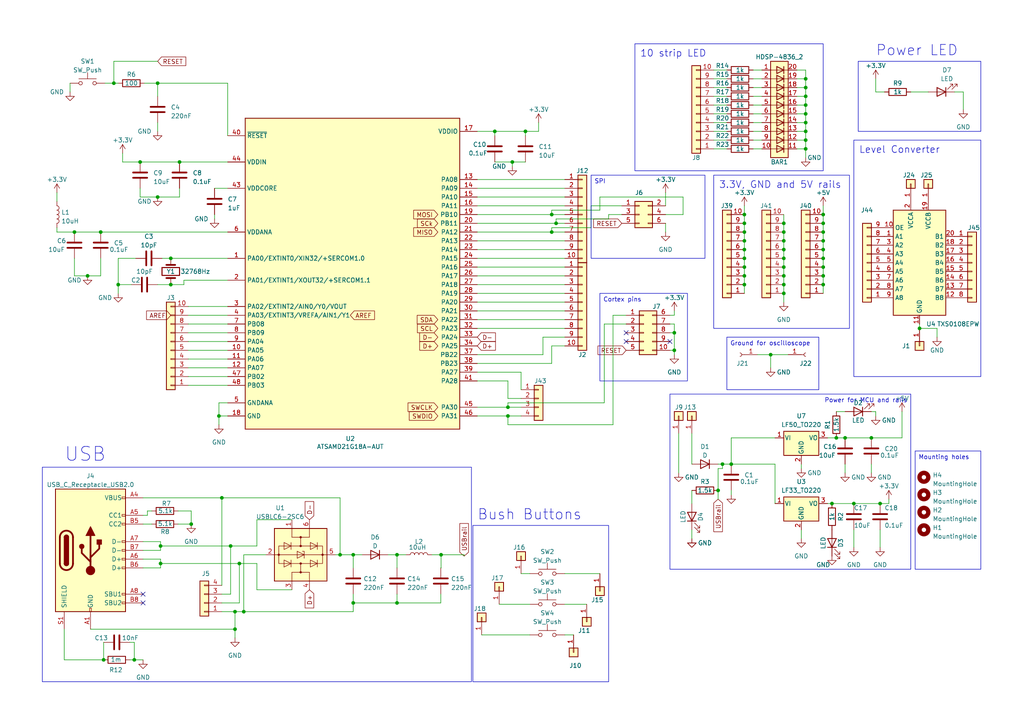
<source format=kicad_sch>
(kicad_sch (version 20230121) (generator eeschema)
  (paper "A4")
  (title_block (title "Dev_MCU_Board") (date "2023-04-25") (rev "V0.1") (company "Albert"))
  (junction (at 49.53 82.55))
  (junction (at 233.68 30.48))
  (junction (at 115.1493 174.8717))
  (junction (at 195.58 101.6))
  (junction (at 215.9 82.55))
  (junction (at 46.5693 163.4417))
  (junction (at 160.02 62.23))
  (junction (at 227.33 74.93))
  (junction (at 115.1493 160.9017))
  (junction (at 233.68 40.64))
  (junction (at 209.55 134.62))
  (junction (at 238.76 69.85))
  (junction (at 238.76 72.39))
  (junction (at 215.9 77.47))
  (junction (at 238.76 64.77))
  (junction (at 38.9493 191.3817))
  (junction (at 245.11 127))
  (junction (at 127.9272 160.9017))
  (junction (at 215.9 74.93))
  (junction (at 227.33 85.09))
  (junction (at 66.8893 158.3617))
  (junction (at 55.4593 152.0117))
  (junction (at 33.02 24.13))
  (junction (at 161.29 64.77))
  (junction (at 238.76 74.93))
  (junction (at 227.33 77.47))
  (junction (at 160.02 67.31))
  (junction (at 102.4493 160.9017))
  (junction (at 227.33 82.55))
  (junction (at 21.59 67.31))
  (junction (at 45.72 24.13))
  (junction (at 241.3 146.05))
  (junction (at 147.32 118.11))
  (junction (at 233.68 33.02))
  (junction (at 215.9 67.31))
  (junction (at 223.52 102.87))
  (junction (at 238.76 62.23))
  (junction (at 52.07 46.99))
  (junction (at 49.53 74.93))
  (junction (at 152.4 38.1))
  (junction (at 233.68 43.18))
  (junction (at 30.0593 191.3817))
  (junction (at 29.21 67.31))
  (junction (at 64.3493 144.3917))
  (junction (at 238.76 80.01))
  (junction (at 46.5693 158.3617))
  (junction (at 215.9 69.85))
  (junction (at 215.9 80.01))
  (junction (at 34.29 82.55))
  (junction (at 227.33 67.31))
  (junction (at 208.28 142.24))
  (junction (at 233.68 22.86))
  (junction (at 266.7 95.25))
  (junction (at 247.65 146.05))
  (junction (at 233.68 27.94))
  (junction (at 45.72 57.15))
  (junction (at 143.51 38.1))
  (junction (at 40.64 46.99))
  (junction (at 227.33 80.01))
  (junction (at 102.4493 174.8717))
  (junction (at 70.6993 177.4117))
  (junction (at 215.9 62.23))
  (junction (at 252.73 127))
  (junction (at 148.59 46.99))
  (junction (at 238.76 77.47))
  (junction (at 242.57 127))
  (junction (at 68.1593 182.4917))
  (junction (at 233.68 35.56))
  (junction (at 215.9 64.77))
  (junction (at 98.6393 160.9017))
  (junction (at 233.68 25.4))
  (junction (at 233.68 38.1))
  (junction (at 68.1593 177.4117))
  (junction (at 69.4293 163.4417))
  (junction (at 227.33 69.85))
  (junction (at 212.09 134.62))
  (junction (at 227.33 64.77))
  (junction (at 147.32 120.65))
  (junction (at 227.33 72.39))
  (junction (at 238.76 82.55))
  (junction (at 25.4 80.01))
  (junction (at 238.76 67.31))
  (junction (at 255.27 146.05))
  (junction (at 215.9 72.39))
  (junction (at 63.5 120.65))
  (junction (at 195.58 96.52))
  (no_connect (at 181.61 96.52))
  (no_connect (at 41.4893 172.3317))
  (no_connect (at 181.61 99.06))
  (no_connect (at 41.4893 174.8717))
  (no_connect (at 194.31 99.06))
  (wire (pts (xy 227.33 74.93) (xy 227.33 77.47)))
  (wire (pts (xy 245.11 134.62) (xy 245.11 137.16)))
  (wire (pts (xy 231.14 20.32) (xy 233.68 20.32)))
  (wire (pts (xy 238.76 74.93) (xy 238.76 77.47)))
  (wire (pts (xy 200.66 142.24) (xy 200.66 146.05)))
  (wire (pts (xy 242.57 127) (xy 245.11 127)))
  (wire (pts (xy 74.5093 163.4417) (xy 69.4293 163.4417)))
  (wire (pts (xy 161.29 63.5) (xy 176.53 63.5)))
  (wire (pts (xy 176.53 63.5) (xy 176.53 62.23)))
  (wire (pts (xy 195.58 101.6) (xy 195.58 102.87)))
  (wire (pts (xy 45.72 82.55) (xy 49.53 82.55)))
  (wire (pts (xy 193.04 64.77) (xy 193.04 67.31)))
  (wire (pts (xy 193.04 55.88) (xy 193.04 59.69)))
  (wire (pts (xy 227.33 72.39) (xy 227.33 74.93)))
  (wire (pts (xy 194.31 96.52) (xy 195.58 96.52)))
  (wire (pts (xy 52.07 57.15) (xy 45.72 57.15)))
  (wire (pts (xy 64.3493 172.3317) (xy 66.8893 172.3317)))
  (wire (pts (xy 233.68 25.4) (xy 233.68 27.94)))
  (wire (pts (xy 160.02 62.23) (xy 160.02 60.96)))
  (wire (pts (xy 233.68 30.48) (xy 233.68 33.02)))
  (wire (pts (xy 279.4 26.67) (xy 279.4 31.75)))
  (wire (pts (xy 171.45 59.69) (xy 180.34 59.69)))
  (wire (pts (xy 66.04 24.13) (xy 66.04 39.37)))
  (wire (pts (xy 195.58 91.44) (xy 195.58 90.17)))
  (wire (pts (xy 138.43 59.69) (xy 163.83 59.69)))
  (wire (pts (xy 233.68 40.64) (xy 233.68 43.18)))
  (wire (pts (xy 233.68 43.18) (xy 233.68 45.72)))
  (wire (pts (xy 233.68 38.1) (xy 233.68 40.64)))
  (wire (pts (xy 227.33 69.85) (xy 227.33 72.39)))
  (wire (pts (xy 233.68 27.94) (xy 233.68 30.48)))
  (wire (pts (xy 38.9493 186.3017) (xy 38.9493 191.3817)))
  (wire (pts (xy 208.28 135.89) (xy 209.55 135.89)))
  (wire (pts (xy 227.33 85.09) (xy 227.33 87.63)))
  (wire (pts (xy 138.43 77.47) (xy 163.83 77.47)))
  (wire (pts (xy 231.14 38.1) (xy 233.68 38.1)))
  (wire (pts (xy 144.78 175.26) (xy 153.67 175.26)))
  (wire (pts (xy 18.6293 191.3817) (xy 30.0593 191.3817)))
  (wire (pts (xy 218.44 30.48) (xy 220.98 30.48)))
  (wire (pts (xy 160.02 66.04) (xy 171.45 66.04)))
  (wire (pts (xy 254 120.65) (xy 254 119.38)))
  (wire (pts (xy 238.76 77.47) (xy 238.76 80.01)))
  (wire (pts (xy 218.44 38.1) (xy 220.98 38.1)))
  (wire (pts (xy 29.21 74.93) (xy 29.21 80.01)))
  (wire (pts (xy 138.43 67.31) (xy 160.02 67.31)))
  (wire (pts (xy 218.44 33.02) (xy 220.98 33.02)))
  (wire (pts (xy 138.43 95.25) (xy 163.83 95.25)))
  (wire (pts (xy 138.43 82.55) (xy 163.83 82.55)))
  (wire (pts (xy 223.52 102.87) (xy 228.6 102.87)))
  (wire (pts (xy 195.58 96.52) (xy 195.58 101.6)))
  (wire (pts (xy 208.28 142.24) (xy 208.28 144.78)))
  (wire (pts (xy 223.52 102.87) (xy 223.52 106.68)))
  (wire (pts (xy 215.9 69.85) (xy 215.9 72.39)))
  (wire (pts (xy 69.4293 174.8717) (xy 69.4293 163.4417)))
  (wire (pts (xy 98.6393 160.9017) (xy 102.4493 160.9017)))
  (wire (pts (xy 84.6693 171.0617) (xy 74.5093 171.0617)))
  (wire (pts (xy 195.58 93.98) (xy 195.58 96.52)))
  (wire (pts (xy 54.61 93.98) (xy 66.04 93.98)))
  (wire (pts (xy 200.66 156.21) (xy 200.66 153.67)))
  (wire (pts (xy 41.4893 162.1717) (xy 46.5693 162.1717)))
  (wire (pts (xy 173.99 60.96) (xy 173.99 57.15)))
  (wire (pts (xy 147.32 110.49) (xy 138.43 110.49)))
  (wire (pts (xy 231.14 35.56) (xy 233.68 35.56)))
  (wire (pts (xy 49.53 74.93) (xy 66.04 74.93)))
  (wire (pts (xy 232.41 156.21) (xy 232.41 153.67)))
  (wire (pts (xy 45.72 24.13) (xy 45.72 27.94)))
  (wire (pts (xy 157.48 97.79) (xy 163.83 97.79)))
  (wire (pts (xy 254 26.67) (xy 256.54 26.67)))
  (wire (pts (xy 215.9 77.47) (xy 215.9 80.01)))
  (wire (pts (xy 115.1493 174.8717) (xy 102.4493 174.8717)))
  (wire (pts (xy 231.14 40.64) (xy 233.68 40.64)))
  (wire (pts (xy 102.4493 172.3317) (xy 102.4493 174.8717)))
  (wire (pts (xy 74.5093 150.7417) (xy 74.5093 158.3617)))
  (wire (pts (xy 198.12 57.15) (xy 198.12 62.23)))
  (wire (pts (xy 127.9272 160.9017) (xy 127.9272 164.7117)))
  (wire (pts (xy 196.85 125.73) (xy 196.85 137.16)))
  (wire (pts (xy 227.33 64.77) (xy 227.33 67.31)))
  (wire (pts (xy 233.68 20.32) (xy 233.68 22.86)))
  (wire (pts (xy 160.02 62.23) (xy 163.83 62.23)))
  (wire (pts (xy 54.61 88.9) (xy 66.04 88.9)))
  (wire (pts (xy 175.26 93.98) (xy 181.61 93.98)))
  (wire (pts (xy 227.33 77.47) (xy 227.33 80.01)))
  (wire (pts (xy 147.32 118.11) (xy 151.13 118.11)))
  (wire (pts (xy 160.02 67.31) (xy 163.83 67.31)))
  (wire (pts (xy 177.8 91.44) (xy 177.8 123.19)))
  (wire (pts (xy 207.01 27.94) (xy 210.82 27.94)))
  (wire (pts (xy 30.48 24.13) (xy 33.02 24.13)))
  (wire (pts (xy 215.9 59.69) (xy 215.9 62.23)))
  (wire (pts (xy 38.9493 191.3817) (xy 37.6793 191.3817)))
  (wire (pts (xy 64.3493 144.3917) (xy 64.3493 169.7917)))
  (wire (pts (xy 138.43 102.87) (xy 157.48 102.87)))
  (wire (pts (xy 98.6393 160.9017) (xy 98.6393 144.3917)))
  (wire (pts (xy 138.43 69.85) (xy 163.83 69.85)))
  (wire (pts (xy 138.43 92.71) (xy 163.83 92.71)))
  (wire (pts (xy 147.32 120.65) (xy 147.32 123.19)))
  (wire (pts (xy 266.7 93.98) (xy 266.7 95.25)))
  (wire (pts (xy 160.02 67.31) (xy 160.02 66.04)))
  (wire (pts (xy 175.26 93.98) (xy 175.26 116.84)))
  (wire (pts (xy 26.2493 182.4917) (xy 68.1593 182.4917)))
  (wire (pts (xy 152.4 46.99) (xy 148.59 46.99)))
  (wire (pts (xy 156.21 38.1) (xy 156.21 35.56)))
  (wire (pts (xy 200.66 125.73) (xy 200.66 134.62)))
  (wire (pts (xy 49.53 82.55) (xy 53.34 82.55)))
  (wire (pts (xy 224.79 134.62) (xy 224.79 146.05)))
  (wire (pts (xy 147.32 115.57) (xy 151.13 115.57)))
  (wire (pts (xy 34.29 82.55) (xy 34.29 85.09)))
  (wire (pts (xy 241.3 146.05) (xy 247.65 146.05)))
  (wire (pts (xy 29.21 67.31) (xy 21.59 67.31)))
  (wire (pts (xy 143.51 38.1) (xy 143.51 39.37)))
  (wire (pts (xy 238.76 80.01) (xy 238.76 82.55)))
  (wire (pts (xy 218.44 25.4) (xy 220.98 25.4)))
  (wire (pts (xy 54.61 109.22) (xy 66.04 109.22)))
  (wire (pts (xy 74.5093 158.3617) (xy 66.8893 158.3617)))
  (wire (pts (xy 261.62 127) (xy 261.62 119.38)))
  (wire (pts (xy 254 119.38) (xy 252.73 119.38)))
  (wire (pts (xy 138.43 90.17) (xy 163.83 90.17)))
  (wire (pts (xy 138.43 118.11) (xy 147.32 118.11)))
  (wire (pts (xy 252.73 127) (xy 261.62 127)))
  (wire (pts (xy 102.4493 160.9017) (xy 104.9893 160.9017)))
  (wire (pts (xy 163.83 184.15) (xy 166.37 184.15)))
  (wire (pts (xy 171.45 66.04) (xy 171.45 59.69)))
  (wire (pts (xy 138.43 80.01) (xy 163.83 80.01)))
  (wire (pts (xy 231.14 27.94) (xy 233.68 27.94)))
  (wire (pts (xy 21.59 74.93) (xy 21.59 80.01)))
  (wire (pts (xy 207.01 33.02) (xy 210.82 33.02)))
  (wire (pts (xy 147.32 116.84) (xy 175.26 116.84)))
  (wire (pts (xy 77.0493 160.9017) (xy 70.6993 160.9017)))
  (wire (pts (xy 16.51 55.88) (xy 16.51 58.42)))
  (wire (pts (xy 247.65 153.67) (xy 247.65 158.75)))
  (wire (pts (xy 35.56 46.99) (xy 35.56 44.45)))
  (wire (pts (xy 207.01 20.32) (xy 210.82 20.32)))
  (wire (pts (xy 218.44 43.18) (xy 220.98 43.18)))
  (wire (pts (xy 63.5 120.65) (xy 66.04 120.65)))
  (wire (pts (xy 231.14 22.86) (xy 233.68 22.86)))
  (wire (pts (xy 54.61 106.68) (xy 66.04 106.68)))
  (wire (pts (xy 212.09 134.62) (xy 212.09 127)))
  (wire (pts (xy 46.5693 157.0917) (xy 46.5693 158.3617)))
  (wire (pts (xy 45.72 35.56) (xy 45.72 38.1)))
  (wire (pts (xy 115.1493 172.3317) (xy 115.1493 174.8717)))
  (wire (pts (xy 127.8493 172.3317) (xy 127.8493 174.8717)))
  (wire (pts (xy 215.9 64.77) (xy 215.9 67.31)))
  (wire (pts (xy 134.62 160.9017) (xy 134.62 161.29)))
  (wire (pts (xy 151.13 166.37) (xy 153.67 166.37)))
  (wire (pts (xy 218.44 20.32) (xy 220.98 20.32)))
  (wire (pts (xy 46.5693 159.6317) (xy 41.4893 159.6317)))
  (wire (pts (xy 245.11 127) (xy 252.73 127)))
  (wire (pts (xy 240.03 127) (xy 242.57 127)))
  (wire (pts (xy 147.32 120.65) (xy 151.13 120.65)))
  (wire (pts (xy 54.61 96.52) (xy 66.04 96.52)))
  (wire (pts (xy 143.51 38.1) (xy 152.4 38.1)))
  (wire (pts (xy 194.31 91.44) (xy 195.58 91.44)))
  (wire (pts (xy 53.34 82.55) (xy 53.34 81.28)))
  (wire (pts (xy 64.3493 174.8717) (xy 69.4293 174.8717)))
  (wire (pts (xy 41.4893 152.0117) (xy 44.0293 152.0117)))
  (wire (pts (xy 212.09 127) (xy 224.79 127)))
  (wire (pts (xy 232.41 134.62) (xy 232.41 135.89)))
  (wire (pts (xy 37.6793 186.3017) (xy 38.9493 186.3017)))
  (wire (pts (xy 70.6993 160.9017) (xy 70.6993 177.4117)))
  (wire (pts (xy 39.37 74.93) (xy 34.29 74.93)))
  (wire (pts (xy 66.04 67.31) (xy 29.21 67.31)))
  (wire (pts (xy 238.76 72.39) (xy 238.76 74.93)))
  (wire (pts (xy 215.9 74.93) (xy 215.9 77.47)))
  (wire (pts (xy 54.61 104.14) (xy 66.04 104.14)))
  (wire (pts (xy 29.21 80.01) (xy 25.4 80.01)))
  (wire (pts (xy 55.4593 148.2017) (xy 55.4593 152.0117)))
  (wire (pts (xy 163.83 175.26) (xy 170.18 175.26)))
  (wire (pts (xy 33.02 24.13) (xy 34.29 24.13)))
  (wire (pts (xy 33.02 17.78) (xy 33.02 24.13)))
  (wire (pts (xy 54.61 91.44) (xy 66.04 91.44)))
  (wire (pts (xy 40.64 46.99) (xy 35.56 46.99)))
  (wire (pts (xy 218.44 27.94) (xy 220.98 27.94)))
  (wire (pts (xy 54.61 99.06) (xy 66.04 99.06)))
  (wire (pts (xy 147.32 123.19) (xy 177.8 123.19)))
  (wire (pts (xy 127.9272 164.7117) (xy 127.8493 164.7117)))
  (wire (pts (xy 33.02 17.78) (xy 45.72 17.78)))
  (wire (pts (xy 238.76 59.69) (xy 238.76 62.23)))
  (wire (pts (xy 138.43 87.63) (xy 163.83 87.63)))
  (wire (pts (xy 138.43 74.93) (xy 163.83 74.93)))
  (wire (pts (xy 54.61 111.76) (xy 66.04 111.76)))
  (wire (pts (xy 238.76 69.85) (xy 238.76 72.39)))
  (wire (pts (xy 208.28 135.89) (xy 208.28 142.24)))
  (wire (pts (xy 227.33 67.31) (xy 227.33 69.85)))
  (wire (pts (xy 161.29 64.77) (xy 161.29 63.5)))
  (wire (pts (xy 16.51 67.31) (xy 16.51 66.04)))
  (wire (pts (xy 40.64 57.15) (xy 45.72 57.15)))
  (wire (pts (xy 21.59 67.31) (xy 16.51 67.31)))
  (wire (pts (xy 231.14 33.02) (xy 233.68 33.02)))
  (wire (pts (xy 41.4893 144.3917) (xy 64.3493 144.3917)))
  (wire (pts (xy 193.04 62.23) (xy 198.12 62.23)))
  (wire (pts (xy 138.43 54.61) (xy 163.83 54.61)))
  (wire (pts (xy 215.9 67.31) (xy 215.9 69.85)))
  (wire (pts (xy 255.27 153.67) (xy 255.27 158.75)))
  (wire (pts (xy 218.44 35.56) (xy 220.98 35.56)))
  (wire (pts (xy 212.09 142.24) (xy 212.09 143.51)))
  (wire (pts (xy 194.31 93.98) (xy 195.58 93.98)))
  (wire (pts (xy 209.55 135.89) (xy 209.55 134.62)))
  (wire (pts (xy 52.07 54.61) (xy 52.07 57.15)))
  (wire (pts (xy 54.61 101.6) (xy 66.04 101.6)))
  (wire (pts (xy 66.8893 158.3617) (xy 66.8893 172.3317)))
  (wire (pts (xy 42.7593 148.2017) (xy 42.7593 149.4717)))
  (wire (pts (xy 238.76 62.23) (xy 238.76 64.77)))
  (wire (pts (xy 231.14 25.4) (xy 233.68 25.4)))
  (wire (pts (xy 139.7 184.15) (xy 153.67 184.15)))
  (wire (pts (xy 53.34 81.28) (xy 66.04 81.28)))
  (wire (pts (xy 102.4493 160.9017) (xy 102.4493 164.7117)))
  (wire (pts (xy 102.4493 177.4117) (xy 102.4493 174.8717)))
  (wire (pts (xy 138.43 120.65) (xy 147.32 120.65)))
  (wire (pts (xy 207.01 22.86) (xy 210.82 22.86)))
  (wire (pts (xy 218.44 40.64) (xy 220.98 40.64)))
  (wire (pts (xy 231.14 43.18) (xy 233.68 43.18)))
  (wire (pts (xy 238.76 64.77) (xy 238.76 67.31)))
  (wire (pts (xy 40.64 54.61) (xy 40.64 57.15)))
  (wire (pts (xy 62.23 62.23) (xy 62.23 63.5)))
  (wire (pts (xy 66.04 116.84) (xy 63.5 116.84)))
  (wire (pts (xy 115.1493 160.9017) (xy 115.1493 164.7117)))
  (wire (pts (xy 42.7593 149.4717) (xy 41.4893 149.4717)))
  (wire (pts (xy 69.4293 163.4417) (xy 46.5693 163.4417)))
  (wire (pts (xy 254 22.86) (xy 254 26.67)))
  (wire (pts (xy 238.76 82.55) (xy 238.76 85.09)))
  (wire (pts (xy 207.01 35.56) (xy 210.82 35.56)))
  (wire (pts (xy 98.6393 144.3917) (xy 64.3493 144.3917)))
  (wire (pts (xy 70.6993 177.4117) (xy 102.4493 177.4117)))
  (wire (pts (xy 208.28 134.62) (xy 209.55 134.62)))
  (wire (pts (xy 68.1593 177.4117) (xy 68.1593 182.4917)))
  (wire (pts (xy 227.33 80.01) (xy 227.33 82.55)))
  (wire (pts (xy 38.1 82.55) (xy 34.29 82.55)))
  (wire (pts (xy 152.4 38.1) (xy 152.4 39.37)))
  (wire (pts (xy 173.99 57.15) (xy 198.12 57.15)))
  (wire (pts (xy 209.55 134.62) (xy 212.09 134.62)))
  (wire (pts (xy 66.8893 158.3617) (xy 46.5693 158.3617)))
  (wire (pts (xy 160.02 60.96) (xy 173.99 60.96)))
  (wire (pts (xy 152.4 38.1) (xy 156.21 38.1)))
  (wire (pts (xy 255.27 146.05) (xy 257.81 146.05)))
  (wire (pts (xy 41.91 24.13) (xy 45.72 24.13)))
  (wire (pts (xy 138.43 72.39) (xy 163.83 72.39)))
  (wire (pts (xy 97.3693 160.9017) (xy 98.6393 160.9017)))
  (wire (pts (xy 51.6493 152.0117) (xy 55.4593 152.0117)))
  (wire (pts (xy 147.32 115.57) (xy 147.32 110.49)))
  (wire (pts (xy 138.43 38.1) (xy 143.51 38.1)))
  (wire (pts (xy 218.44 22.86) (xy 220.98 22.86)))
  (wire (pts (xy 62.23 54.61) (xy 66.04 54.61)))
  (wire (pts (xy 233.68 35.56) (xy 233.68 38.1)))
  (wire (pts (xy 112.6093 160.9017) (xy 115.1493 160.9017)))
  (wire (pts (xy 207.01 40.64) (xy 210.82 40.64)))
  (wire (pts (xy 42.7593 148.2017) (xy 44.0293 148.2017)))
  (wire (pts (xy 143.51 46.99) (xy 148.59 46.99)))
  (wire (pts (xy 63.5 120.65) (xy 63.5 123.19)))
  (wire (pts (xy 138.43 85.09) (xy 163.83 85.09)))
  (wire (pts (xy 177.8 91.44) (xy 181.61 91.44)))
  (wire (pts (xy 215.9 62.23) (xy 215.9 64.77)))
  (wire (pts (xy 74.5093 171.0617) (xy 74.5093 163.4417)))
  (wire (pts (xy 46.5693 163.4417) (xy 46.5693 164.7117)))
  (wire (pts (xy 157.48 102.87) (xy 157.48 97.79)))
  (wire (pts (xy 68.1593 177.4117) (xy 64.3493 177.4117)))
  (wire (pts (xy 30.0593 191.3817) (xy 30.0593 186.3017)))
  (wire (pts (xy 138.43 64.77) (xy 161.29 64.77)))
  (wire (pts (xy 70.6993 177.4117) (xy 68.1593 177.4117)))
  (wire (pts (xy 238.76 67.31) (xy 238.76 69.85)))
  (wire (pts (xy 51.6493 148.2017) (xy 55.4593 148.2017)))
  (wire (pts (xy 247.65 146.05) (xy 255.27 146.05)))
  (wire (pts (xy 160.02 100.33) (xy 160.02 105.41)))
  (wire (pts (xy 84.6693 150.7417) (xy 74.5093 150.7417)))
  (wire (pts (xy 41.4893 157.0917) (xy 46.5693 157.0917)))
  (wire (pts (xy 52.07 46.99) (xy 40.64 46.99)))
  (wire (pts (xy 160.02 105.41) (xy 138.43 105.41)))
  (wire (pts (xy 18.6293 191.3817) (xy 18.6293 182.4917)))
  (wire (pts (xy 233.68 22.86) (xy 233.68 25.4)))
  (wire (pts (xy 21.59 80.01) (xy 25.4 80.01)))
  (wire (pts (xy 115.1493 160.9017) (xy 117.6893 160.9017)))
  (wire (pts (xy 163.83 100.33) (xy 160.02 100.33)))
  (wire (pts (xy 138.43 107.95) (xy 151.13 107.95)))
  (wire (pts (xy 194.31 101.6) (xy 195.58 101.6)))
  (wire (pts (xy 215.9 82.55) (xy 215.9 85.09)))
  (wire (pts (xy 161.29 64.77) (xy 163.83 64.77)))
  (wire (pts (xy 233.68 33.02) (xy 233.68 35.56)))
  (wire (pts (xy 38.9493 191.3817) (xy 41.4893 191.3817)))
  (wire (pts (xy 240.03 146.05) (xy 241.3 146.05)))
  (wire (pts (xy 207.01 43.18) (xy 210.82 43.18)))
  (wire (pts (xy 34.29 74.93) (xy 34.29 82.55)))
  (wire (pts (xy 41.4893 164.7117) (xy 46.5693 164.7117)))
  (wire (pts (xy 163.83 166.37) (xy 173.99 166.37)))
  (wire (pts (xy 176.53 62.23) (xy 180.34 62.23)))
  (wire (pts (xy 138.43 62.23) (xy 160.02 62.23)))
  (wire (pts (xy 266.7 95.25) (xy 271.78 95.25)))
  (wire (pts (xy 271.78 95.25) (xy 271.78 97.79)))
  (wire (pts (xy 215.9 80.01) (xy 215.9 82.55)))
  (wire (pts (xy 227.33 82.55) (xy 227.33 85.09)))
  (wire (pts (xy 127.9272 160.9017) (xy 134.62 160.9017)))
  (wire (pts (xy 207.01 30.48) (xy 210.82 30.48)))
  (wire (pts (xy 276.86 26.67) (xy 279.4 26.67)))
  (wire (pts (xy 46.5693 158.3617) (xy 46.5693 159.6317)))
  (wire (pts (xy 138.43 52.07) (xy 163.83 52.07)))
  (wire (pts (xy 227.33 62.23) (xy 227.33 64.77)))
  (wire (pts (xy 252.73 134.62) (xy 252.73 137.16)))
  (wire (pts (xy 215.9 72.39) (xy 215.9 74.93)))
  (wire (pts (xy 219.71 102.87) (xy 223.52 102.87)))
  (wire (pts (xy 20.32 24.13) (xy 20.32 26.67)))
  (wire (pts (xy 212.09 134.62) (xy 224.79 134.62)))
  (wire (pts (xy 151.13 107.95) (xy 151.13 113.03)))
  (wire (pts (xy 207.01 25.4) (xy 210.82 25.4)))
  (wire (pts (xy 147.32 118.11) (xy 147.32 116.84)))
  (wire (pts (xy 49.53 76.2) (xy 49.53 74.93)))
  (wire (pts (xy 125.3093 160.9017) (xy 127.9272 160.9017)))
  (wire (pts (xy 257.81 146.05) (xy 257.81 144.78)))
  (wire (pts (xy 68.1593 182.4917) (xy 68.1593 185.0317)))
  (wire (pts (xy 138.43 57.15) (xy 163.83 57.15)))
  (wire (pts (xy 207.01 38.1) (xy 210.82 38.1)))
  (wire (pts (xy 127.8493 174.8717) (xy 115.1493 174.8717)))
  (wire (pts (xy 45.72 24.13) (xy 66.04 24.13)))
  (wire (pts (xy 148.59 46.99) (xy 148.59 48.26)))
  (wire (pts (xy 242.57 119.38) (xy 245.11 119.38)))
  (wire (pts (xy 46.99 74.93) (xy 49.53 74.93)))
  (wire (pts (xy 63.5 116.84) (xy 63.5 120.65)))
  (wire (pts (xy 46.5693 162.1717) (xy 46.5693 163.4417)))
  (wire (pts (xy 66.04 46.99) (xy 52.07 46.99)))
  (wire (pts (xy 264.16 26.67) (xy 269.24 26.67)))
  (wire (pts (xy 231.14 30.48) (xy 233.68 30.48)))
  (rectangle (start 12.2793 135.5017) (end 136.7393 197.7317))
  (rectangle (start 137.16 152.4) (end 176.53 197.744))
  (rectangle (start 248.92 17.78) (end 284.48 38.1))
  (text_box "3.3V, GND and 5V rails" (at 207.01 50.8 0) (size 39.37 44.45) (effects (font (size 2 2)) (justify left top)))
  (text_box "SPI" (at 171.45 50.8 0) (size 33.02 24.13) (effects (font (size 1.27 1.27)) (justify left top)))
  (text_box "Ground for oscilloscope" (at 210.82 97.79 0) (size 26.67 15.24) (effects (font (size 1.27 1.27)) (justify left top)))
  (text_box "Mounting holes" (at 265.43 130.81 0) (size 19.05 34.29) (effects (font (size 1.27 1.27)) (justify left top)))
  (text_box "Cortex pins" (at 173.99 85.09 0) (size 25.4 25.4) (effects (font (size 1.27 1.27)) (justify left top)))
  (text_box "Power for MCU and rails" (at 194.31 114.3 0) (size 69.85 50.8) (effects (font (size 1.27 1.27)) (justify right top)))
  (text_box "Level Converter" (at 247.65 40.64 0) (size 36.83 68.58) (effects (font (size 2 2)) (justify left top)))
  (text_box "10 strip LED" (at 184.15 12.7 0) (size 54.61 36.83) (effects (font (size 2 2)) (justify left top)))
  (text "Bush Buttons" (at 138.43 151.13 0) (effects (font (size 3 3)) (justify left bottom)))
  (text "Power LED\n" (at 254 16.51 0) (effects (font (size 3 3)) (justify left bottom)))
  (text "\n" (at 207.01 15.24 0) (effects (font (size 1.27 1.27)) (justify left bottom)))
  (text "USB" (at 18.6293 134.2317 0) (effects (font (size 4 4)) (justify left bottom)))
  (global_label "USBrail" (shape input) (at 134.62 161.29 90) (property "Intersheetrefs" "${INTERSHEET_REFS}" (effects hide)))
  (global_label "SCL" (shape input) (at 127 95.25 180) (property "Intersheetrefs" "${INTERSHEET_REFS}" (effects hide)))
  (global_label "AREF" (shape input) (at 49.53 91.44 180) (property "Intersheetrefs" "${INTERSHEET_REFS}" (effects hide)))
  (global_label "RESET" (shape input) (at 181.61 101.6 180) (property "Intersheetrefs" "${INTERSHEET_REFS}" (effects hide)))
  (global_label "RESET" (shape input) (at 45.72 17.78 0) (property "Intersheetrefs" "${INTERSHEET_REFS}" (effects hide)))
  (global_label "AREF" (shape input) (at 101.6 91.44 0) (property "Intersheetrefs" "${INTERSHEET_REFS}" (effects hide)))
  (global_label "SWCLK" (shape input) (at 127 118.11 180) (property "Intersheetrefs" "${INTERSHEET_REFS}" (effects hide)))
  (global_label "D+" (shape input) (at 127 100.33 180) (property "Intersheetrefs" "${INTERSHEET_REFS}" (effects hide)))
  (global_label "D+" (shape input) (at 138.43 100.33 0) (property "Intersheetrefs" "${INTERSHEET_REFS}" (effects hide)))
  (global_label "D+" (shape input) (at 89.7493 171.0617 270) (property "Intersheetrefs" "${INTERSHEET_REFS}" (effects hide)))
  (global_label "SWDIO" (shape input) (at 127 120.65 180) (property "Intersheetrefs" "${INTERSHEET_REFS}" (effects hide)))
  (global_label "MISO" (shape input) (at 127 67.31 180) (property "Intersheetrefs" "${INTERSHEET_REFS}" (effects hide)))
  (global_label "D-" (shape input) (at 89.7493 150.7417 90) (property "Intersheetrefs" "${INTERSHEET_REFS}" (effects hide)))
  (global_label "SCk" (shape input) (at 127 64.77 180) (property "Intersheetrefs" "${INTERSHEET_REFS}" (effects hide)))
  (global_label "MOSI" (shape input) (at 127 62.23 180) (property "Intersheetrefs" "${INTERSHEET_REFS}" (effects hide)))
  (global_label "USBrail" (shape input) (at 208.28 144.78 270) (property "Intersheetrefs" "${INTERSHEET_REFS}" (effects hide)))
  (global_label "D-" (shape input) (at 138.43 97.79 0) (property "Intersheetrefs" "${INTERSHEET_REFS}" (effects hide)))
  (global_label "RESET" (shape input) (at 180.34 64.77 180) (property "Intersheetrefs" "${INTERSHEET_REFS}" (effects hide)))
  (global_label "SDA" (shape input) (at 127 92.71 180) (property "Intersheetrefs" "${INTERSHEET_REFS}" (effects hide)))
  (global_label "D-" (shape input) (at 127 97.79 180) (property "Intersheetrefs" "${INTERSHEET_REFS}" (effects hide)))
  (symbol (lib_id "Connector_Generic:Conn_01x01") (at 166.37 189.23 270) (unit 1)
    (property "Reference" "J10" (at 165.1 193.04 90) (effects (justify left)))
    (property "Value" "Conn_01x01" (effects hide))
    (property "Footprint" "Connector_PinHeader_2.54mm:PinHeader_1x01_P2.54mm_Vertical" (effects hide))
  )
  (symbol (lib_id "power:GND") (at 62.23 63.5 0) (unit 1)
    (property "Reference" "#PWR011" (effects hide))
    (property "Value" "GND" (at 58.42 63.5 0))
  )
  (symbol (lib_id "power:GND") (at 245.11 137.16 0) (unit 1)
    (property "Reference" "#PWR035" (effects hide))
    (property "Value" "GND" (at 248.92 138.43 0))
  )
  (symbol (lib_id "power:+3.3V") (at 215.9 59.69 0) (unit 1)
    (property "Reference" "#PWR028" (effects hide))
    (property "Value" "+3.3V" (at 215.9 55.88 0))
  )
  (symbol (lib_id "Power_Protection:USBLC6-2SC6") (at 87.2093 160.9017 270) (unit 1)
    (property "Reference" "U1" (at 81.28 147.32 90))
    (property "Value" "USBLC6-2SC6" (at 81.28 149.86 90))
    (property "Footprint" "Package_TO_SOT_SMD:SOT-23-6" (effects hide))
    (property "Datasheet" "https://www.st.com/resource/en/datasheet/usblc6-2.pdf" (effects hide))
  )
  (symbol (lib_id "power:GND") (at 255.27 158.75 0) (unit 1)
    (property "Reference" "#PWR025" (effects hide))
    (property "Value" "GND" (at 255.27 163.83 0))
  )
  (symbol (lib_id "LED:HDSP-4836_2") (at 226.06 30.48 0) (unit 1)
    (property "Reference" "BAR1" (at 226.06 46.99 0))
    (property "Value" "HDSP-4836_2" (at 226.06 16.51 0))
    (property "Footprint" "Display:HDSP-4836" (effects hide))
    (property "Datasheet" "https://docs.broadcom.com/docs/AV02-1798EN" (effects hide))
  )
  (symbol (lib_id "Device:C") (at 143.51 43.18 0) (unit 1)
    (property "Reference" "C10" (at 137.16 41.91 0) (effects (justify left)))
    (property "Value" "0.1uF" (at 135.89 44.45 0) (effects (justify left)))
    (property "Footprint" "Capacitor_SMD:C_0805_2012Metric_Pad1.18x1.45mm_HandSolder" (effects hide))
  )
  (symbol (lib_id "Switch:SW_Push") (at 25.4 24.13 0) (unit 1)
    (property "Reference" "SW1" (at 25.4 17.78 0))
    (property "Value" "SW_Push" (at 25.4 20.32 0))
    (property "Footprint" "Button_Switch_SMD:SW_Push_1P1T_NO_6x6mm_H9.5mm" (effects hide))
  )
  (symbol (lib_id "Device:C") (at 252.73 130.81 0) (unit 1)
    (property "Reference" "C20" (at 256.54 130.175 0) (effects (justify left)))
    (property "Value" "0.1uF" (at 255.27 132.08 0) (effects (justify left)))
    (property "Footprint" "Capacitor_SMD:C_0805_2012Metric_Pad1.18x1.45mm_HandSolder" (effects hide))
  )
  (symbol (lib_id "Device:R") (at 33.8693 191.3817 90) (unit 1)
    (property "Reference" "R12" (at 35.56 194.31 90) (effects (justify left)))
    (property "Value" "1m" (at 35.2041 191.3033 90) (effects (justify left)))
    (property "Footprint" "Resistor_SMD:R_0805_2012Metric_Pad1.20x1.40mm_HandSolder" (effects hide))
  )
  (symbol (lib_id "Device:C") (at 45.72 31.75 0) (unit 1)
    (property "Reference" "C4" (at 49.53 31.115 0) (effects (justify left)))
    (property "Value" "220nF" (at 49.53 33.655 0) (effects (justify left)))
    (property "Footprint" "Capacitor_SMD:C_0805_2012Metric_Pad1.18x1.45mm_HandSolder" (effects hide))
  )
  (symbol (lib_id "Device:R") (at 47.8393 148.2017 90) (unit 1)
    (property "Reference" "R7" (at 48.26 146.05 90))
    (property "Value" "5.1k" (at 47.9802 148.1659 90))
    (property "Footprint" "Resistor_SMD:R_0805_2012Metric_Pad1.20x1.40mm_HandSolder" (effects hide))
  )
  (symbol (lib_id "Device:L") (at 121.4993 160.9017 270) (mirror x) (unit 1)
    (property "Reference" "L2" (at 121.4993 157.0917 90))
    (property "Value" "10uH" (at 121.0786 158.75 90))
    (property "Footprint" "Inductor_SMD:L_0805_2012Metric_Pad1.05x1.20mm_HandSolder" (effects hide))
  )
  (symbol (lib_id "Device:R") (at 241.3 149.86 0) (unit 1)
    (property "Reference" "R2" (at 243.84 149.86 90))
    (property "Value" "1k" (at 241.3 149.86 90))
    (property "Footprint" "Resistor_SMD:R_0805_2012Metric_Pad1.20x1.40mm_HandSolder" (effects hide))
  )
  (symbol (lib_id "Connector_Generic:Conn_01x04") (at 156.21 115.57 0) (unit 1)
    (property "Reference" "J43" (at 154.94 110.49 0) (effects (justify left)))
    (property "Value" "Conn_01x05" (effects hide))
    (property "Footprint" "Connector_PinHeader_2.54mm:PinHeader_1x04_P2.54mm_Vertical" (effects hide))
  )
  (symbol (lib_id "Connector_Generic:Conn_01x10") (at 168.91 62.23 0) (unit 1)
    (property "Reference" "J12" (at 168.91 49.53 0))
    (property "Value" "Conn_01x10" (effects hide))
    (property "Footprint" "Connector_PinHeader_2.54mm:PinHeader_1x10_P2.54mm_Vertical" (effects hide))
  )
  (symbol (lib_id "power:GND") (at 241.3 161.29 0) (unit 1)
    (property "Reference" "#PWR039" (effects hide))
    (property "Value" "GND" (at 238.76 163.83 0))
  )
  (symbol (lib_id "Connector_Generic:Conn_01x10") (at 210.82 74.93 180) (unit 1)
    (property "Reference" "J39" (at 210.82 59.69 0))
    (property "Value" "Conn_01x10" (effects hide))
    (property "Footprint" "Connector_PinHeader_2.54mm:PinHeader_1x10_P2.54mm_Vertical" (effects hide))
  )
  (symbol (lib_id "power:GND") (at 252.73 137.16 0) (unit 1)
    (property "Reference" "#PWR037" (effects hide))
    (property "Value" "GND" (at 256.54 138.43 0))
  )
  (symbol (lib_id "Switch:SW_Push") (at 158.75 184.15 0) (unit 1)
    (property "Reference" "SW4" (at 158.75 177.8 0))
    (property "Value" "SW_Push" (at 158.75 180.34 0))
    (property "Footprint" "Button_Switch_SMD:SW_Push_1P1T_NO_6x6mm_H9.5mm" (effects hide))
  )
  (symbol (lib_id "Connector_Generic:Conn_01x10") (at 222.25 74.93 180) (unit 1)
    (property "Reference" "J41" (at 222.25 59.69 0))
    (property "Value" "Conn_01x10" (effects hide))
    (property "Footprint" "Connector_PinHeader_2.54mm:PinHeader_1x10_P2.54mm_Vertical" (effects hide))
  )
  (symbol (lib_id "samd21-board-rescue:ATSAMD21G18A-AUT-MCU_Microchip_SAMD") (at 91.44 77.47 0) (unit 1)
    (property "Reference" "U2" (at 101.6 127.2286 0))
    (property "Value" "ATSAMD21G18A-AUT" (at 101.6 129.54 0))
    (property "Footprint" "samd21-board:TQFP-48_7x7mm_P0.5mm_hand_solder" (effects hide))
    (property "Datasheet" "https://datasheet.octopart.com/ATSAMD21G18A-AUT-Microchip-datasheet-117009984.pdf" (effects hide))
    (property "MPN" "ATSAMD21G18A-AUT" (effects hide))
  )
  (symbol (lib_id "power:GND") (at 223.52 106.68 0) (unit 1)
    (property "Reference" "#PWR036" (effects hide))
    (property "Value" "GND" (at 227.33 107.95 0))
  )
  (symbol (lib_id "Device:R") (at 214.63 30.48 90) (unit 1)
    (property "Reference" "R18" (at 209.55 29.21 90))
    (property "Value" "1k" (at 214.63 30.48 90))
    (property "Footprint" "Resistor_SMD:R_0805_2012Metric_Pad1.20x1.40mm_HandSolder" (effects hide))
  )
  (symbol (lib_id "Device:C") (at 102.4493 168.5217 0) (unit 1)
    (property "Reference" "C12" (at 105.41 167.8867 0) (effects (justify left)))
    (property "Value" "220nF" (at 105.41 170.4267 0) (effects (justify left)))
    (property "Footprint" "Capacitor_SMD:C_0805_2012Metric_Pad1.18x1.45mm_HandSolder" (effects hide))
  )
  (symbol (lib_id "power:GND") (at 41.4893 191.3817 0) (unit 1)
    (property "Reference" "#PWR015" (effects hide))
    (property "Value" "GND" (at 41.4893 196.4617 0))
  )
  (symbol (lib_id "Connector_Generic:Conn_01x01") (at 151.13 161.29 90) (unit 1)
    (property "Reference" "J16" (at 152.4 158.75 90) (effects (justify left)))
    (property "Value" "Conn_01x01" (effects hide))
    (property "Footprint" "Connector_PinHeader_2.54mm:PinHeader_1x01_P2.54mm_Vertical" (effects hide))
  )
  (symbol (lib_id "power:+3.3V") (at 193.04 55.88 0) (unit 1)
    (property "Reference" "#PWR032" (effects hide))
    (property "Value" "+3.3V" (at 193.04 52.07 0))
  )
  (symbol (lib_id "power:GND") (at 254 120.65 0) (unit 1)
    (property "Reference" "#PWR021" (effects hide))
    (property "Value" "GND" (at 257.81 121.92 0))
  )
  (symbol (lib_id "power:GND") (at 20.32 26.67 0) (unit 1)
    (property "Reference" "#PWR012" (effects hide))
    (property "Value" "GND" (at 16.51 26.67 0))
  )
  (symbol (lib_id "power:+3.3V") (at 16.51 55.88 0) (unit 1)
    (property "Reference" "#PWR07" (effects hide))
    (property "Value" "+3.3V" (at 16.51 52.07 0))
  )
  (symbol (lib_id "power:GND") (at 233.68 45.72 0) (unit 1)
    (property "Reference" "#PWR01" (effects hide))
    (property "Value" "GND" (at 236.22 45.72 0))
  )
  (symbol (lib_id "Device:LED") (at 200.66 149.86 90) (unit 1)
    (property "Reference" "D4" (at 203.2 149.86 0))
    (property "Value" "LED" (at 198.12 149.86 0))
    (property "Footprint" "LED_SMD:LED_0805_2012Metric_Pad1.15x1.40mm_HandSolder" (effects hide))
  )
  (symbol (lib_id "Connector_Generic:Conn_02x03_Odd_Even") (at 185.42 62.23 0) (unit 1)
    (property "Reference" "J6" (at 184.15 55.88 0) (effects (justify left)))
    (property "Value" "Conn_01x03" (effects hide))
    (property "Footprint" "Connector_PinHeader_2.54mm:PinHeader_2x03_P2.54mm_Vertical" (effects hide))
  )
  (symbol (lib_id "Connector_Generic:Conn_02x05_Top_Bottom") (at 186.69 96.52 0) (unit 1)
    (property "Reference" "J7" (at 189.23 88.9 0) (effects (justify left)))
    (property "Value" "Conn_01x05" (effects hide))
    (property "Footprint" "Connector_PinHeader_1.27mm:PinHeader_2x05_P1.27mm_Vertical" (effects hide))
  )
  (symbol (lib_id "power:GND") (at 45.72 38.1 0) (unit 1)
    (property "Reference" "#PWR06" (effects hide))
    (property "Value" "GND" (at 41.91 38.1 0))
  )
  (symbol (lib_id "Connector_Generic:Conn_01x01") (at 144.78 170.18 90) (unit 1)
    (property "Reference" "J17" (at 146.05 167.64 90) (effects (justify left)))
    (property "Value" "Conn_01x01" (effects hide))
    (property "Footprint" "Connector_PinHeader_2.54mm:PinHeader_1x01_P2.54mm_Vertical" (effects hide))
  )
  (symbol (lib_id "Device:C") (at 152.4 43.18 0) (unit 1)
    (property "Reference" "C11" (at 156.21 42.545 0) (effects (justify left)))
    (property "Value" "10uF" (at 156.21 45.085 0) (effects (justify left)))
    (property "Footprint" "Capacitor_SMD:C_0805_2012Metric_Pad1.18x1.45mm_HandSolder" (effects hide))
  )
  (symbol (lib_id "Device:R") (at 214.63 33.02 90) (unit 1)
    (property "Reference" "R19" (at 209.55 31.75 90))
    (property "Value" "1k" (at 214.63 33.02 90))
    (property "Footprint" "Resistor_SMD:R_0805_2012Metric_Pad1.20x1.40mm_HandSolder" (effects hide))
  )
  (symbol (lib_id "Device:R") (at 214.63 20.32 90) (unit 1)
    (property "Reference" "R14" (at 209.55 19.05 90))
    (property "Value" "1k" (at 214.63 20.32 90))
    (property "Footprint" "Resistor_SMD:R_0805_2012Metric_Pad1.20x1.40mm_HandSolder" (effects hide))
  )
  (symbol (lib_id "Connector_Generic:Conn_01x01") (at 173.99 171.45 270) (unit 1)
    (property "Reference" "J15" (at 171.45 173.99 90) (effects (justify left)))
    (property "Value" "Conn_01x01" (effects hide))
    (property "Footprint" "Connector_PinHeader_2.54mm:PinHeader_1x01_P2.54mm_Vertical" (effects hide))
  )
  (symbol (lib_id "Device:LED") (at 248.92 119.38 180) (unit 1)
    (property "Reference" "D2" (at 248.92 116.84 0))
    (property "Value" "LED" (at 248.92 121.92 0))
    (property "Footprint" "LED_SMD:LED_0805_2012Metric_Pad1.15x1.40mm_HandSolder" (effects hide))
  )
  (symbol (lib_id "Device:R") (at 214.63 35.56 90) (unit 1)
    (property "Reference" "R20" (at 209.55 34.29 90))
    (property "Value" "1k" (at 214.63 35.56 90))
    (property "Footprint" "Resistor_SMD:R_0805_2012Metric_Pad1.20x1.40mm_HandSolder" (effects hide))
  )
  (symbol (lib_id "Connector_Generic:Conn_01x10") (at 201.93 33.02 180) (unit 1)
    (property "Reference" "J8" (at 201.93 45.72 0))
    (property "Value" "Conn_01x10" (effects hide))
    (property "Footprint" "Connector_PinHeader_2.54mm:PinHeader_1x10_P2.54mm_Vertical" (effects hide))
  )
  (symbol (lib_id "Device:R") (at 204.47 142.24 90) (unit 1)
    (property "Reference" "R3" (at 204.47 139.7 90))
    (property "Value" "1.5k" (at 204.47 142.24 90))
    (property "Footprint" "Resistor_SMD:R_0805_2012Metric_Pad1.20x1.40mm_HandSolder" (effects hide))
  )
  (symbol (lib_id "power:GND") (at 279.4 31.75 0) (unit 1)
    (property "Reference" "#PWR020" (effects hide))
    (property "Value" "GND" (at 279.4 36.83 0))
  )
  (symbol (lib_id "power:+3.3V") (at 156.21 35.56 0) (unit 1)
    (property "Reference" "#PWR013" (effects hide))
    (property "Value" "+3.3V" (at 156.21 31.75 0))
  )
  (symbol (lib_id "Connector_Generic:Conn_01x01") (at 269.24 53.34 90) (unit 1)
    (property "Reference" "J25" (at 270.51 50.8 90) (effects (justify left)))
    (property "Value" "Conn_01x01" (effects hide))
    (property "Footprint" "Connector_PinHeader_2.54mm:PinHeader_1x01_P2.54mm_Vertical" (effects hide))
  )
  (symbol (lib_id "Connector:Conn_01x01_Socket") (at 233.68 102.87 0) (unit 1)
    (property "Reference" "J22" (at 233.68 105.41 0))
    (property "Value" "Conn_01x01_Socket" (effects hide))
    (property "Footprint" "Connector_PinHeader_2.54mm:PinHeader_1x01_P2.54mm_Vertical" (effects hide))
  )
  (symbol (lib_id "Device:R") (at 214.63 25.4 90) (unit 1)
    (property "Reference" "R16" (at 209.55 24.13 90))
    (property "Value" "1k" (at 214.63 25.4 90))
    (property "Footprint" "Resistor_SMD:R_0805_2012Metric_Pad1.20x1.40mm_HandSolder" (effects hide))
  )
  (symbol (lib_id "Device:R") (at 260.35 26.67 90) (unit 1)
    (property "Reference" "R9" (at 260.35 24.13 90))
    (property "Value" "1k" (at 260.35 26.67 90))
    (property "Footprint" "Resistor_SMD:R_0805_2012Metric_Pad1.20x1.40mm_HandSolder" (effects hide))
  )
  (symbol (lib_id "power:+5V") (at 238.76 59.69 0) (unit 1)
    (property "Reference" "#PWR027" (effects hide))
    (property "Value" "+5V" (at 238.76 55.88 0))
  )
  (symbol (lib_id "power:GND") (at 25.4 80.01 0) (unit 1)
    (property "Reference" "#PWR08" (effects hide))
    (property "Value" "GND" (at 21.59 81.28 0))
  )
  (symbol (lib_id "Connector_Generic:Conn_01x01") (at 200.66 120.65 90) (unit 1)
    (property "Reference" "J13" (at 201.93 118.11 90) (effects (justify left)))
    (property "Value" "Conn_01x01" (effects hide))
    (property "Footprint" "Connector_PinHeader_2.54mm:PinHeader_1x01_P2.54mm_Vertical" (effects hide))
  )
  (symbol (lib_id "power:+3.3V") (at 35.56 44.45 0) (unit 1)
    (property "Reference" "#PWR09" (effects hide))
    (property "Value" "+3.3V" (at 35.56 40.64 0))
  )
  (symbol (lib_id "power:GND") (at 193.04 67.31 0) (unit 1)
    (property "Reference" "#PWR034" (effects hide))
    (property "Value" "GND" (at 193.04 72.39 0))
  )
  (symbol (lib_id "power:GND") (at 34.29 85.09 0) (unit 1)
    (property "Reference" "#PWR05" (effects hide))
    (property "Value" "GND" (at 30.48 86.36 0))
  )
  (symbol (lib_id "power:+5V") (at 261.62 119.38 0) (unit 1)
    (property "Reference" "#PWR023" (effects hide))
    (property "Value" "+5V" (at 261.62 115.57 0))
  )
  (symbol (lib_id "Device:C") (at 40.64 50.8 0) (unit 1)
    (property "Reference" "C9" (at 44.45 50.165 0) (effects (justify left)))
    (property "Value" "10uF" (at 44.45 52.705 0) (effects (justify left)))
    (property "Footprint" "Capacitor_SMD:C_0805_2012Metric_Pad1.18x1.45mm_HandSolder" (effects hide))
  )
  (symbol (lib_id "power:GND") (at 45.72 57.15 0) (unit 1)
    (property "Reference" "#PWR010" (effects hide))
    (property "Value" "GND" (at 41.91 58.42 0))
  )
  (symbol (lib_id "Device:Crystal") (at 49.53 78.74 270) (unit 1)
    (property "Reference" "Y1" (at 50.8 78.74 90) (effects (justify right)))
    (property "Value" "32768Hz" (at 60.96 78.74 90) (effects (justify right)))
    (property "Footprint" "Crystal:Crystal_SMD_G8-2Pin_3.2x1.5mm_HandSoldering" (effects hide))
  )
  (symbol (lib_id "power:GND") (at 247.65 158.75 0) (unit 1)
    (property "Reference" "#PWR024" (effects hide))
    (property "Value" "GND" (at 247.65 163.83 0))
  )
  (symbol (lib_id "Device:R") (at 214.63 43.18 90) (unit 1)
    (property "Reference" "R23" (at 209.55 41.91 90))
    (property "Value" "1k" (at 214.63 43.18 90))
    (property "Footprint" "Resistor_SMD:R_0805_2012Metric_Pad1.20x1.40mm_HandSolder" (effects hide))
  )
  (symbol (lib_id "Regulator_Linear:LF50_TO220") (at 232.41 127 0) (unit 1)
    (property "Reference" "U7" (at 232.41 120.65 0))
    (property "Value" "LF50_TO220" (at 232.41 123.19 0))
    (property "Footprint" "Package_TO_SOT_THT:TO-220-3_Vertical" (effects hide))
    (property "Datasheet" "http://www.st.com/content/ccc/resource/technical/document/datasheet/c4/0e/7e/2a/be/bc/4c/bd/CD00000546.pdf/files/CD00000546.pdf/jcr:content/translations/en.CD00000546.pdf" (effects hide))
  )
  (symbol (lib_id "Device:R") (at 38.1 24.13 90) (unit 1)
    (property "Reference" "R6" (at 38.1 21.59 90))
    (property "Value" "100" (at 38.1 24.13 90))
    (property "Footprint" "Resistor_SMD:R_0805_2012Metric_Pad1.20x1.40mm_HandSolder" (effects hide))
  )
  (symbol (lib_id "Connector:Conn_01x01_Socket") (at 214.63 102.87 180) (unit 1)
    (property "Reference" "J21" (at 217.17 105.41 0) (effects (justify left)))
    (property "Value" "Conn_01x01_Socket" (effects hide))
    (property "Footprint" "Connector_PinHeader_2.54mm:PinHeader_1x01_P2.54mm_Vertical" (effects hide))
  )
  (symbol (lib_id "Device:R") (at 47.8393 152.0117 90) (unit 1)
    (property "Reference" "R8" (at 47.8745 154.2283 90))
    (property "Value" "5.1k" (at 47.9097 151.902 90))
    (property "Footprint" "Resistor_SMD:R_0805_2012Metric_Pad1.20x1.40mm_HandSolder" (effects hide))
  )
  (symbol (lib_id "Connector_Generic:Conn_01x10") (at 168.91 87.63 0) (unit 1)
    (property "Reference" "J2" (at 168.91 102.87 0))
    (property "Value" "Conn_01x10" (effects hide))
    (property "Footprint" "Connector_PinHeader_2.54mm:PinHeader_1x10_P2.54mm_Vertical" (effects hide))
  )
  (symbol (lib_id "Device:C") (at 127.8493 168.5217 0) (unit 1)
    (property "Reference" "C15" (at 130.81 167.8867 0) (effects (justify left)))
    (property "Value" "220nF" (at 130.81 170.4267 0) (effects (justify left)))
    (property "Footprint" "Capacitor_SMD:C_0805_2012Metric_Pad1.18x1.45mm_HandSolder" (effects hide))
  )
  (symbol (lib_id "power:GND") (at 196.85 137.16 0) (unit 1)
    (property "Reference" "#PWR038" (effects hide))
    (property "Value" "GND" (at 200.66 138.43 0))
  )
  (symbol (lib_id "Mechanical:MountingHole") (at 267.97 153.67 0) (unit 1)
    (property "Reference" "H1" (at 270.51 153.035 0) (effects (justify left)))
    (property "Value" "MountingHole" (at 270.51 155.575 0) (effects (justify left)))
    (property "Footprint" "MountingHole:MountingHole_3.2mm_M3" (effects hide))
  )
  (symbol (lib_id "Device:C") (at 41.91 82.55 90) (unit 1)
    (property "Reference" "C2" (at 39.37 81.28 90))
    (property "Value" "10pF" (at 41.91 78.74 90))
    (property "Footprint" "Capacitor_SMD:C_0805_2012Metric_Pad1.18x1.45mm_HandSolder" (effects hide))
  )
  (symbol (lib_id "Connector_Generic:Conn_01x01") (at 170.18 180.34 270) (unit 1)
    (property "Reference" "J11" (at 167.64 182.88 90) (effects (justify left)))
    (property "Value" "Conn_01x01" (effects hide))
    (property "Footprint" "Connector_PinHeader_2.54mm:PinHeader_1x01_P2.54mm_Vertical" (effects hide))
  )
  (symbol (lib_id "power:GND") (at 68.1593 185.0317 0) (unit 1)
    (property "Reference" "#PWR017" (effects hide))
    (property "Value" "GND" (at 68.1593 190.1117 0))
  )
  (symbol (lib_id "power:GND") (at 63.5 123.19 0) (unit 1)
    (property "Reference" "#PWR03" (effects hide))
    (property "Value" "GND" (at 63.5 128.27 0))
  )
  (symbol (lib_id "Device:C") (at 62.23 58.42 0) (unit 1)
    (property "Reference" "C7" (at 66.04 57.785 0) (effects (justify left)))
    (property "Value" "1uF" (at 66.04 60.325 0) (effects (justify left)))
    (property "Footprint" "Capacitor_SMD:C_0805_2012Metric_Pad1.18x1.45mm_HandSolder" (effects hide))
  )
  (symbol (lib_id "power:GND") (at 232.41 156.21 0) (unit 1)
    (property "Reference" "#PWR022" (effects hide))
    (property "Value" "GND" (at 232.41 161.29 0))
  )
  (symbol (lib_id "Connector_Generic:Conn_01x09") (at 251.46 76.2 180) (unit 1)
    (property "Reference" "J44" (at 251.46 60.96 0))
    (property "Value" "Conn_01x09" (effects hide))
    (property "Footprint" "Connector_PinHeader_2.54mm:PinHeader_1x09_P2.54mm_Vertical" (effects hide))
  )
  (symbol (lib_id "power:GND") (at 232.41 135.89 0) (unit 1)
    (property "Reference" "#PWR018" (effects hide))
    (property "Value" "GND" (at 236.22 137.16 0))
  )
  (symbol (lib_id "Device:D") (at 108.7993 160.9017 180) (unit 1)
    (property "Reference" "D6" (at 108.7993 155.8217 0))
    (property "Value" "D" (at 108.7993 158.3617 0))
    (property "Footprint" "Diode_SMD:D_0805_2012Metric_Pad1.15x1.40mm_HandSolder" (effects hide))
    (property "Sim.Device" "D" (effects hide))
    (property "Sim.Pins" "1=K 2=A" (effects hide))
  )
  (symbol (lib_id "Switch:SW_Push") (at 158.75 175.26 0) (unit 1)
    (property "Reference" "SW3" (at 158.75 168.91 0))
    (property "Value" "SW_Push" (at 158.75 171.45 0))
    (property "Footprint" "Button_Switch_SMD:SW_Push_1P1T_NO_6x6mm_H9.5mm" (effects hide))
  )
  (symbol (lib_id "Connector_Generic:Conn_01x10") (at 233.68 74.93 180) (unit 1)
    (property "Reference" "J40" (at 233.68 59.69 0))
    (property "Value" "Conn_01x10" (effects hide))
    (property "Footprint" "Connector_PinHeader_2.54mm:PinHeader_1x10_P2.54mm_Vertical" (effects hide))
  )
  (symbol (lib_id "Connector_Generic:Conn_01x10") (at 49.53 101.6 180) (unit 1)
    (property "Reference" "J3" (at 49.53 86.36 0))
    (property "Value" "Conn_01x10" (effects hide))
    (property "Footprint" "Connector_PinHeader_2.54mm:PinHeader_1x10_P2.54mm_Vertical" (effects hide))
  )
  (symbol (lib_id "Device:C") (at 212.09 138.43 0) (unit 1)
    (property "Reference" "C1" (at 215.9 137.795 0) (effects (justify left)))
    (property "Value" "0.1uF" (at 214.63 139.7 0) (effects (justify left)))
    (property "Footprint" "Capacitor_SMD:C_0805_2012Metric_Pad1.18x1.45mm_HandSolder" (effects hide))
  )
  (symbol (lib_id "Connector_Generic:Conn_01x08") (at 281.94 76.2 0) (unit 1)
    (property "Reference" "J45" (at 280.67 66.04 0) (effects (justify left)))
    (property "Value" "Conn_01x08" (effects hide))
    (property "Footprint" "Connector_PinHeader_2.54mm:PinHeader_1x08_P2.54mm_Vertical" (effects hide))
  )
  (symbol (lib_id "Device:C") (at 245.11 130.81 0) (unit 1)
    (property "Reference" "C16" (at 238.76 129.54 0) (effects (justify left)))
    (property "Value" "10uF" (at 237.49 132.08 0) (effects (justify left)))
    (property "Footprint" "Capacitor_SMD:C_0805_2012Metric_Pad1.18x1.45mm_HandSolder" (effects hide))
  )
  (symbol (lib_id "Connector:USB_C_Receptacle_USB2.0") (at 26.2493 159.6317 0) (unit 1)
    (property "Reference" "J4" (at 26.2493 138.0417 0))
    (property "Value" "USB_C_Receptacle_USB2.0" (at 26.2493 140.5817 0))
    (property "Footprint" "Connector_USB:USB_C_Receptacle_GCT_USB4105-xx-A_16P_TopMnt_Horizontal" (effects hide))
    (property "Datasheet" "https://www.usb.org/sites/default/files/documents/usb_type-c.zip" (effects hide))
  )
  (symbol (lib_id "Device:C") (at 247.65 149.86 0) (unit 1)
    (property "Reference" "C17" (at 247.65 147.32 0) (effects (justify left)))
    (property "Value" "10uF" (at 247.65 152.4 0) (effects (justify left)))
    (property "Footprint" "Capacitor_SMD:C_0805_2012Metric_Pad1.18x1.45mm_HandSolder" (effects hide))
  )
  (symbol (lib_id "Connector_Generic:Conn_01x04") (at 59.2693 174.8717 180) (unit 1)
    (property "Reference" "J5" (at 59.69 166.37 0))
    (property "Value" "Conn_01x04" (effects hide))
    (property "Footprint" "Connector_PinHeader_2.54mm:PinHeader_1x04_P2.54mm_Vertical" (effects hide))
  )
  (symbol (lib_id "power:GND") (at 55.4593 152.0117 0) (unit 1)
    (property "Reference" "#PWR016" (effects hide))
    (property "Value" "GND" (at 55.4593 157.0917 0))
  )
  (symbol (lib_id "Connector_Generic:Conn_01x01") (at 139.7 179.07 90) (unit 1)
    (property "Reference" "J18" (at 140.97 176.53 90) (effects (justify left)))
    (property "Value" "Conn_01x01" (effects hide))
    (property "Footprint" "Connector_PinHeader_2.54mm:PinHeader_1x01_P2.54mm_Vertical" (effects hide))
  )
  (symbol (lib_id "power:GND") (at 212.09 143.51 0) (unit 1)
    (property "Reference" "#PWR033" (effects hide))
    (property "Value" "GND" (effects hide))
  )
  (symbol (lib_id "power:+3.3V") (at 257.81 144.78 0) (unit 1)
    (property "Reference" "#PWR026" (effects hide))
    (property "Value" "+3.3V" (at 257.81 140.97 0))
  )
  (symbol (lib_id "Device:R") (at 214.63 40.64 90) (unit 1)
    (property "Reference" "R22" (at 209.55 39.37 90))
    (property "Value" "1k" (at 214.63 40.64 90))
    (property "Footprint" "Resistor_SMD:R_0805_2012Metric_Pad1.20x1.40mm_HandSolder" (effects hide))
  )
  (symbol (lib_id "Device:R") (at 214.63 22.86 90) (unit 1)
    (property "Reference" "R15" (at 209.55 21.59 90))
    (property "Value" "1k" (at 214.63 22.86 90))
    (property "Footprint" "Resistor_SMD:R_0805_2012Metric_Pad1.20x1.40mm_HandSolder" (effects hide))
  )
  (symbol (lib_id "power:GND") (at 200.66 156.21 0) (unit 1)
    (property "Reference" "#PWR040" (effects hide))
    (property "Value" "GND" (at 204.47 157.48 0))
  )
  (symbol (lib_id "power:GND") (at 200.66 156.21 0) (unit 1)
    (property "Reference" "#PWR0101" (effects hide))
    (property "Value" "GND" (at 204.47 157.48 0))
  )
  (symbol (lib_id "power:+3.3V") (at 195.58 90.17 0) (unit 1)
    (property "Reference" "#PWR030" (effects hide))
    (property "Value" "+3.3V" (at 195.58 86.36 0))
  )
  (symbol (lib_id "Device:L") (at 16.51 62.23 0) (unit 1)
    (property "Reference" "L1" (at 17.78 61.595 0) (effects (justify left)))
    (property "Value" "10uH" (at 17.78 64.135 0) (effects (justify left)))
    (property "Footprint" "Inductor_SMD:L_0805_2012Metric_Pad1.05x1.20mm_HandSolder" (effects hide))
  )
  (symbol (lib_id "Connector_Generic:Conn_01x01") (at 196.85 120.65 90) (unit 1)
    (property "Reference" "J9" (at 198.12 118.11 90) (effects (justify left)))
    (property "Value" "Conn_01x01" (effects hide))
    (property "Footprint" "Connector_PinHeader_2.54mm:PinHeader_1x01_P2.54mm_Vertical" (effects hide))
  )
  (symbol (lib_id "Regulator_Linear:LF33_TO220") (at 232.41 146.05 0) (unit 1)
    (property "Reference" "U3" (at 232.41 139.7 0))
    (property "Value" "LF33_TO220" (at 232.41 142.24 0))
    (property "Footprint" "Package_TO_SOT_THT:TO-220-3_Vertical" (effects hide))
    (property "Datasheet" "http://www.st.com/content/ccc/resource/technical/document/datasheet/c4/0e/7e/2a/be/bc/4c/bd/CD00000546.pdf/files/CD00000546.pdf/jcr:content/translations/en.CD00000546.pdf" (effects hide))
  )
  (symbol (lib_id "Device:C") (at 29.21 71.12 0) (unit 1)
    (property "Reference" "C5" (at 33.02 70.485 0) (effects (justify left)))
    (property "Value" "0.1uF" (at 31.75 72.39 0) (effects (justify left)))
    (property "Footprint" "Capacitor_SMD:C_0805_2012Metric_Pad1.18x1.45mm_HandSolder" (effects hide))
  )
  (symbol (lib_id "Device:C") (at 115.1493 168.5217 0) (unit 1)
    (property "Reference" "C14" (at 118.11 167.8867 0) (effects (justify left)))
    (property "Value" "220nF" (at 118.11 170.4267 0) (effects (justify left)))
    (property "Footprint" "Capacitor_SMD:C_0805_2012Metric_Pad1.18x1.45mm_HandSolder" (effects hide))
  )
  (symbol (lib_id "Connector_Generic:Conn_01x01") (at 266.7 100.33 270) (unit 1)
    (property "Reference" "J1" (at 261.62 100.33 90) (effects (justify left)))
    (property "Value" "Conn_01x01" (effects hide))
    (property "Footprint" "Connector_PinHeader_2.54mm:PinHeader_1x01_P2.54mm_Vertical" (effects hide))
  )
  (symbol (lib_id "Device:C") (at 43.18 74.93 270) (unit 1)
    (property "Reference" "C3" (at 43.18 68.58 90))
    (property "Value" "10pF" (at 43.18 71.12 90))
    (property "Footprint" "Capacitor_SMD:C_0805_2012Metric_Pad1.18x1.45mm_HandSolder" (effects hide))
  )
  (symbol (lib_id "Device:R") (at 242.57 123.19 180) (unit 1)
    (property "Reference" "R1" (at 240.03 123.19 90))
    (property "Value" "1.5k" (at 242.57 123.19 90))
    (property "Footprint" "Resistor_SMD:R_0805_2012Metric_Pad1.20x1.40mm_HandSolder" (effects hide))
  )
  (symbol (lib_id "power:+3.3V") (at 254 22.86 0) (unit 1)
    (property "Reference" "#PWR019" (effects hide))
    (property "Value" "+3.3V" (at 254 19.05 0))
  )
  (symbol (lib_id "Device:R") (at 214.63 38.1 90) (unit 1)
    (property "Reference" "R21" (at 209.55 36.83 90))
    (property "Value" "1k" (at 214.63 38.1 90))
    (property "Footprint" "Resistor_SMD:R_0805_2012Metric_Pad1.20x1.40mm_HandSolder" (effects hide))
  )
  (symbol (lib_id "Mechanical:MountingHole") (at 267.97 148.59 0) (unit 1)
    (property "Reference" "H2" (at 270.51 147.955 0) (effects (justify left)))
    (property "Value" "MountingHole" (at 270.51 150.495 0) (effects (justify left)))
    (property "Footprint" "MountingHole:MountingHole_3.2mm_M3" (effects hide))
  )
  (symbol (lib_id "Device:LED") (at 273.05 26.67 180) (unit 1)
    (property "Reference" "D7" (at 274.6375 20.32 0))
    (property "Value" "LED" (at 274.6375 22.86 0))
    (property "Footprint" "LED_SMD:LED_0805_2012Metric_Pad1.15x1.40mm_HandSolder" (effects hide))
  )
  (symbol (lib_id "Mechanical:MountingHole") (at 267.97 143.51 0) (unit 1)
    (property "Reference" "H3" (at 270.51 142.875 0) (effects (justify left)))
    (property "Value" "MountingHole" (at 270.51 145.415 0) (effects (justify left)))
    (property "Footprint" "MountingHole:MountingHole_3.2mm_M3" (effects hide))
  )
  (symbol (lib_id "Device:R") (at 214.63 27.94 90) (unit 1)
    (property "Reference" "R17" (at 209.55 26.67 90))
    (property "Value" "1k" (at 214.63 27.94 90))
    (property "Footprint" "Resistor_SMD:R_0805_2012Metric_Pad1.20x1.40mm_HandSolder" (effects hide))
  )
  (symbol (lib_id "power:GND") (at 195.58 102.87 0) (unit 1)
    (property "Reference" "#PWR031" (effects hide))
    (property "Value" "GND" (at 195.58 107.95 0))
  )
  (symbol (lib_id "Device:C") (at 255.27 149.86 0) (unit 1)
    (property "Reference" "C18" (at 256.54 147.32 0) (effects (justify left)))
    (property "Value" "0.1uF" (at 256.54 152.4 0) (effects (justify left)))
    (property "Footprint" "Capacitor_SMD:C_0805_2012Metric_Pad1.18x1.45mm_HandSolder" (effects hide))
  )
  (symbol (lib_id "Logic_LevelTranslator:TXS0108EPW") (at 266.7 76.2 0) (unit 1)
    (property "Reference" "U4" (at 268.6559 93.98 0) (effects (justify left)))
    (property "Value" "TXS0108EPW" (at 271.78 93.98 0) (effects (justify left)))
    (property "Footprint" "Package_SO:TSSOP-20_4.4x6.5mm_P0.65mm" (effects hide))
    (property "Datasheet" "www.ti.com/lit/ds/symlink/txs0108e.pdf" (effects hide))
  )
  (symbol (lib_id "power:GND") (at 148.59 48.26 0) (unit 1)
    (property "Reference" "#PWR014" (effects hide))
    (property "Value" "GND" (at 144.78 48.26 0))
  )
  (symbol (lib_id "Connector_Generic:Conn_01x01") (at 264.16 53.34 90) (unit 1)
    (property "Reference" "J24" (at 265.43 50.8 90) (effects (justify left)))
    (property "Value" "Conn_01x01" (effects hide))
    (property "Footprint" "Connector_PinHeader_2.54mm:PinHeader_1x01_P2.54mm_Vertical" (effects hide))
  )
  (symbol (lib_id "power:GND") (at 271.78 97.79 0) (unit 1)
    (property "Reference" "#PWR04" (effects hide))
    (property "Value" "GND" (at 271.78 101.6 0))
  )
  (symbol (lib_id "Device:D") (at 204.47 134.62 180) (unit 1)
    (property "Reference" "D1" (at 204.47 129.54 0))
    (property "Value" "D" (at 204.47 132.08 0))
    (property "Footprint" "Diode_SMD:D_0805_2012Metric_Pad1.15x1.40mm_HandSolder" (effects hide))
    (property "Sim.Device" "D" (effects hide))
    (property "Sim.Pins" "1=K 2=A" (effects hide))
  )
  (symbol (lib_id "Mechanical:MountingHole") (at 267.97 138.43 0) (unit 1)
    (property "Reference" "H4" (at 270.51 137.795 0) (effects (justify left)))
    (property "Value" "MountingHole" (at 270.51 140.335 0) (effects (justify left)))
    (property "Footprint" "MountingHole:MountingHole_3.2mm_M3" (effects hide))
  )
  (symbol (lib_id "Device:C") (at 33.8693 186.3017 90) (unit 1)
    (property "Reference" "C13" (at 31.3293 185.0317 90) (effects (justify left)))
    (property "Value" "10nF" (at 40.2193 185.0317 90) (effects (justify left)))
    (property "Footprint" "Capacitor_SMD:C_0805_2012Metric_Pad1.18x1.45mm_HandSolder" (effects hide))
  )
  (symbol (lib_id "Device:LED") (at 241.3 157.48 90) (unit 1)
    (property "Reference" "D3" (at 243.84 157.48 0))
    (property "Value" "LED" (at 238.76 157.48 0))
    (property "Footprint" "LED_SMD:LED_0805_2012Metric_Pad1.15x1.40mm_HandSolder" (effects hide))
  )
  (symbol (lib_id "Device:C") (at 21.59 71.12 0) (unit 1)
    (property "Reference" "C6" (at 16.51 69.85 0) (effects (justify left)))
    (property "Value" "10uF" (at 13.97 72.39 0) (effects (justify left)))
    (property "Footprint" "Capacitor_SMD:C_0805_2012Metric_Pad1.18x1.45mm_HandSolder" (effects hide))
  )
  (symbol (lib_id "Device:C") (at 52.07 50.8 0) (unit 1)
    (property "Reference" "C8" (at 55.88 50.165 0) (effects (justify left)))
    (property "Value" "0.1uF" (at 55.88 52.705 0) (effects (justify left)))
    (property "Footprint" "Capacitor_SMD:C_0805_2012Metric_Pad1.18x1.45mm_HandSolder" (effects hide))
  )
  (symbol (lib_id "power:GND") (at 227.33 87.63 0) (unit 1)
    (property "Reference" "#PWR029" (effects hide))
    (property "Value" "GND" (at 227.33 92.71 0))
  )
  (symbol (lib_id "Switch:SW_Push") (at 158.75 166.37 0) (unit 1)
    (property "Reference" "SW2" (at 158.75 160.02 0))
    (property "Value" "SW_Push" (at 158.75 162.56 0))
    (property "Footprint" "Button_Switch_SMD:SW_Push_1P1T_NO_6x6mm_H9.5mm" (effects hide))
  )
)
</source>
